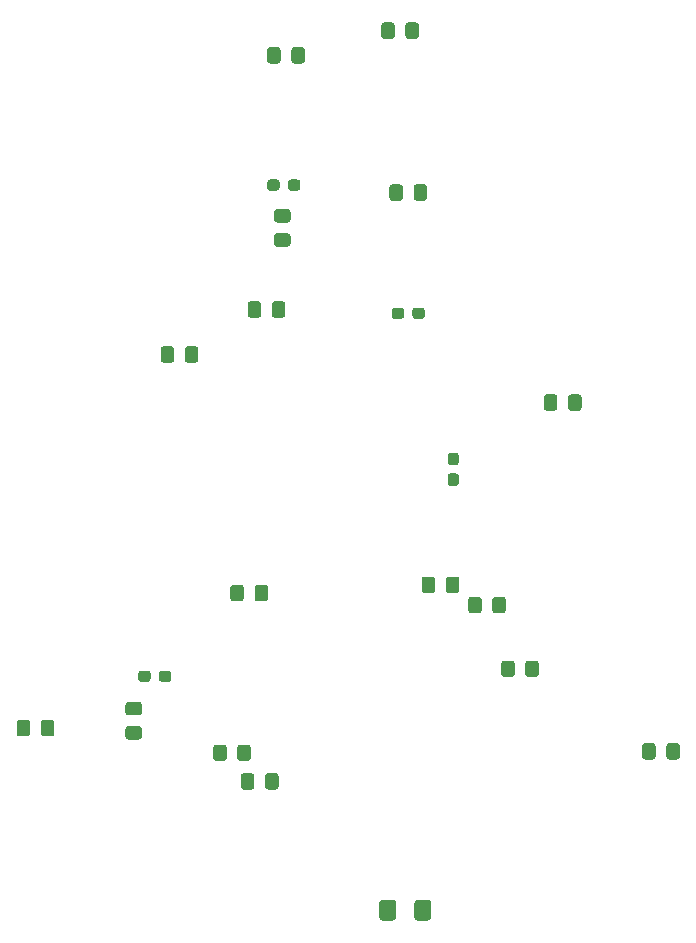
<source format=gbr>
%TF.GenerationSoftware,KiCad,Pcbnew,(5.1.8)-1*%
%TF.CreationDate,2021-11-03T02:04:31+01:00*%
%TF.ProjectId,BaumUnten,4261756d-556e-4746-956e-2e6b69636164,rev?*%
%TF.SameCoordinates,Original*%
%TF.FileFunction,Paste,Bot*%
%TF.FilePolarity,Positive*%
%FSLAX46Y46*%
G04 Gerber Fmt 4.6, Leading zero omitted, Abs format (unit mm)*
G04 Created by KiCad (PCBNEW (5.1.8)-1) date 2021-11-03 02:04:31*
%MOMM*%
%LPD*%
G01*
G04 APERTURE LIST*
G04 APERTURE END LIST*
%TO.C,C2*%
G36*
G01*
X106185000Y-140375800D02*
X106185000Y-139125800D01*
G75*
G02*
X106435000Y-138875800I250000J0D01*
G01*
X107360000Y-138875800D01*
G75*
G02*
X107610000Y-139125800I0J-250000D01*
G01*
X107610000Y-140375800D01*
G75*
G02*
X107360000Y-140625800I-250000J0D01*
G01*
X106435000Y-140625800D01*
G75*
G02*
X106185000Y-140375800I0J250000D01*
G01*
G37*
G36*
G01*
X103210000Y-140375800D02*
X103210000Y-139125800D01*
G75*
G02*
X103460000Y-138875800I250000J0D01*
G01*
X104385000Y-138875800D01*
G75*
G02*
X104635000Y-139125800I0J-250000D01*
G01*
X104635000Y-140375800D01*
G75*
G02*
X104385000Y-140625800I-250000J0D01*
G01*
X103460000Y-140625800D01*
G75*
G02*
X103210000Y-140375800I0J250000D01*
G01*
G37*
%TD*%
%TO.C,R9*%
G36*
G01*
X94545999Y-82428500D02*
X95446001Y-82428500D01*
G75*
G02*
X95696000Y-82678499I0J-249999D01*
G01*
X95696000Y-83328501D01*
G75*
G02*
X95446001Y-83578500I-249999J0D01*
G01*
X94545999Y-83578500D01*
G75*
G02*
X94296000Y-83328501I0J249999D01*
G01*
X94296000Y-82678499D01*
G75*
G02*
X94545999Y-82428500I249999J0D01*
G01*
G37*
G36*
G01*
X94545999Y-80378500D02*
X95446001Y-80378500D01*
G75*
G02*
X95696000Y-80628499I0J-249999D01*
G01*
X95696000Y-81278501D01*
G75*
G02*
X95446001Y-81528500I-249999J0D01*
G01*
X94545999Y-81528500D01*
G75*
G02*
X94296000Y-81278501I0J249999D01*
G01*
X94296000Y-80628499D01*
G75*
G02*
X94545999Y-80378500I249999J0D01*
G01*
G37*
%TD*%
%TO.C,R7*%
G36*
G01*
X81972999Y-124157000D02*
X82873001Y-124157000D01*
G75*
G02*
X83123000Y-124406999I0J-249999D01*
G01*
X83123000Y-125057001D01*
G75*
G02*
X82873001Y-125307000I-249999J0D01*
G01*
X81972999Y-125307000D01*
G75*
G02*
X81723000Y-125057001I0J249999D01*
G01*
X81723000Y-124406999D01*
G75*
G02*
X81972999Y-124157000I249999J0D01*
G01*
G37*
G36*
G01*
X81972999Y-122107000D02*
X82873001Y-122107000D01*
G75*
G02*
X83123000Y-122356999I0J-249999D01*
G01*
X83123000Y-123007001D01*
G75*
G02*
X82873001Y-123257000I-249999J0D01*
G01*
X81972999Y-123257000D01*
G75*
G02*
X81723000Y-123007001I0J249999D01*
G01*
X81723000Y-122356999D01*
G75*
G02*
X81972999Y-122107000I249999J0D01*
G01*
G37*
%TD*%
%TO.C,R6*%
G36*
G01*
X93541000Y-129291501D02*
X93541000Y-128391499D01*
G75*
G02*
X93790999Y-128141500I249999J0D01*
G01*
X94441001Y-128141500D01*
G75*
G02*
X94691000Y-128391499I0J-249999D01*
G01*
X94691000Y-129291501D01*
G75*
G02*
X94441001Y-129541500I-249999J0D01*
G01*
X93790999Y-129541500D01*
G75*
G02*
X93541000Y-129291501I0J249999D01*
G01*
G37*
G36*
G01*
X91491000Y-129291501D02*
X91491000Y-128391499D01*
G75*
G02*
X91740999Y-128141500I249999J0D01*
G01*
X92391001Y-128141500D01*
G75*
G02*
X92641000Y-128391499I0J-249999D01*
G01*
X92641000Y-129291501D01*
G75*
G02*
X92391001Y-129541500I-249999J0D01*
G01*
X91740999Y-129541500D01*
G75*
G02*
X91491000Y-129291501I0J249999D01*
G01*
G37*
%TD*%
%TO.C,R5*%
G36*
G01*
X107944500Y-111754499D02*
X107944500Y-112654501D01*
G75*
G02*
X107694501Y-112904500I-249999J0D01*
G01*
X107044499Y-112904500D01*
G75*
G02*
X106794500Y-112654501I0J249999D01*
G01*
X106794500Y-111754499D01*
G75*
G02*
X107044499Y-111504500I249999J0D01*
G01*
X107694501Y-111504500D01*
G75*
G02*
X107944500Y-111754499I0J-249999D01*
G01*
G37*
G36*
G01*
X109994500Y-111754499D02*
X109994500Y-112654501D01*
G75*
G02*
X109744501Y-112904500I-249999J0D01*
G01*
X109094499Y-112904500D01*
G75*
G02*
X108844500Y-112654501I0J249999D01*
G01*
X108844500Y-111754499D01*
G75*
G02*
X109094499Y-111504500I249999J0D01*
G01*
X109744501Y-111504500D01*
G75*
G02*
X109994500Y-111754499I0J-249999D01*
G01*
G37*
%TD*%
%TO.C,DY6*%
G36*
G01*
X105424500Y-65728001D02*
X105424500Y-64827999D01*
G75*
G02*
X105674499Y-64578000I249999J0D01*
G01*
X106324501Y-64578000D01*
G75*
G02*
X106574500Y-64827999I0J-249999D01*
G01*
X106574500Y-65728001D01*
G75*
G02*
X106324501Y-65978000I-249999J0D01*
G01*
X105674499Y-65978000D01*
G75*
G02*
X105424500Y-65728001I0J249999D01*
G01*
G37*
G36*
G01*
X103374500Y-65728001D02*
X103374500Y-64827999D01*
G75*
G02*
X103624499Y-64578000I249999J0D01*
G01*
X104274501Y-64578000D01*
G75*
G02*
X104524500Y-64827999I0J-249999D01*
G01*
X104524500Y-65728001D01*
G75*
G02*
X104274501Y-65978000I-249999J0D01*
G01*
X103624499Y-65978000D01*
G75*
G02*
X103374500Y-65728001I0J249999D01*
G01*
G37*
%TD*%
%TO.C,DY5*%
G36*
G01*
X127513500Y-126751501D02*
X127513500Y-125851499D01*
G75*
G02*
X127763499Y-125601500I249999J0D01*
G01*
X128413501Y-125601500D01*
G75*
G02*
X128663500Y-125851499I0J-249999D01*
G01*
X128663500Y-126751501D01*
G75*
G02*
X128413501Y-127001500I-249999J0D01*
G01*
X127763499Y-127001500D01*
G75*
G02*
X127513500Y-126751501I0J249999D01*
G01*
G37*
G36*
G01*
X125463500Y-126751501D02*
X125463500Y-125851499D01*
G75*
G02*
X125713499Y-125601500I249999J0D01*
G01*
X126363501Y-125601500D01*
G75*
G02*
X126613500Y-125851499I0J-249999D01*
G01*
X126613500Y-126751501D01*
G75*
G02*
X126363501Y-127001500I-249999J0D01*
G01*
X125713499Y-127001500D01*
G75*
G02*
X125463500Y-126751501I0J249999D01*
G01*
G37*
%TD*%
%TO.C,DY2*%
G36*
G01*
X94112500Y-89350001D02*
X94112500Y-88449999D01*
G75*
G02*
X94362499Y-88200000I249999J0D01*
G01*
X95012501Y-88200000D01*
G75*
G02*
X95262500Y-88449999I0J-249999D01*
G01*
X95262500Y-89350001D01*
G75*
G02*
X95012501Y-89600000I-249999J0D01*
G01*
X94362499Y-89600000D01*
G75*
G02*
X94112500Y-89350001I0J249999D01*
G01*
G37*
G36*
G01*
X92062500Y-89350001D02*
X92062500Y-88449999D01*
G75*
G02*
X92312499Y-88200000I249999J0D01*
G01*
X92962501Y-88200000D01*
G75*
G02*
X93212500Y-88449999I0J-249999D01*
G01*
X93212500Y-89350001D01*
G75*
G02*
X92962501Y-89600000I-249999J0D01*
G01*
X92312499Y-89600000D01*
G75*
G02*
X92062500Y-89350001I0J249999D01*
G01*
G37*
%TD*%
%TO.C,DY1*%
G36*
G01*
X74554500Y-124783001D02*
X74554500Y-123882999D01*
G75*
G02*
X74804499Y-123633000I249999J0D01*
G01*
X75454501Y-123633000D01*
G75*
G02*
X75704500Y-123882999I0J-249999D01*
G01*
X75704500Y-124783001D01*
G75*
G02*
X75454501Y-125033000I-249999J0D01*
G01*
X74804499Y-125033000D01*
G75*
G02*
X74554500Y-124783001I0J249999D01*
G01*
G37*
G36*
G01*
X72504500Y-124783001D02*
X72504500Y-123882999D01*
G75*
G02*
X72754499Y-123633000I249999J0D01*
G01*
X73404501Y-123633000D01*
G75*
G02*
X73654500Y-123882999I0J-249999D01*
G01*
X73654500Y-124783001D01*
G75*
G02*
X73404501Y-125033000I-249999J0D01*
G01*
X72754499Y-125033000D01*
G75*
G02*
X72504500Y-124783001I0J249999D01*
G01*
G37*
%TD*%
%TO.C,DR7*%
G36*
G01*
X95763500Y-67823501D02*
X95763500Y-66923499D01*
G75*
G02*
X96013499Y-66673500I249999J0D01*
G01*
X96663501Y-66673500D01*
G75*
G02*
X96913500Y-66923499I0J-249999D01*
G01*
X96913500Y-67823501D01*
G75*
G02*
X96663501Y-68073500I-249999J0D01*
G01*
X96013499Y-68073500D01*
G75*
G02*
X95763500Y-67823501I0J249999D01*
G01*
G37*
G36*
G01*
X93713500Y-67823501D02*
X93713500Y-66923499D01*
G75*
G02*
X93963499Y-66673500I249999J0D01*
G01*
X94613501Y-66673500D01*
G75*
G02*
X94863500Y-66923499I0J-249999D01*
G01*
X94863500Y-67823501D01*
G75*
G02*
X94613501Y-68073500I-249999J0D01*
G01*
X93963499Y-68073500D01*
G75*
G02*
X93713500Y-67823501I0J249999D01*
G01*
G37*
%TD*%
%TO.C,DR6*%
G36*
G01*
X114675500Y-118866499D02*
X114675500Y-119766501D01*
G75*
G02*
X114425501Y-120016500I-249999J0D01*
G01*
X113775499Y-120016500D01*
G75*
G02*
X113525500Y-119766501I0J249999D01*
G01*
X113525500Y-118866499D01*
G75*
G02*
X113775499Y-118616500I249999J0D01*
G01*
X114425501Y-118616500D01*
G75*
G02*
X114675500Y-118866499I0J-249999D01*
G01*
G37*
G36*
G01*
X116725500Y-118866499D02*
X116725500Y-119766501D01*
G75*
G02*
X116475501Y-120016500I-249999J0D01*
G01*
X115825499Y-120016500D01*
G75*
G02*
X115575500Y-119766501I0J249999D01*
G01*
X115575500Y-118866499D01*
G75*
G02*
X115825499Y-118616500I249999J0D01*
G01*
X116475501Y-118616500D01*
G75*
G02*
X116725500Y-118866499I0J-249999D01*
G01*
G37*
%TD*%
%TO.C,DR3*%
G36*
G01*
X118295000Y-96323999D02*
X118295000Y-97224001D01*
G75*
G02*
X118045001Y-97474000I-249999J0D01*
G01*
X117394999Y-97474000D01*
G75*
G02*
X117145000Y-97224001I0J249999D01*
G01*
X117145000Y-96323999D01*
G75*
G02*
X117394999Y-96074000I249999J0D01*
G01*
X118045001Y-96074000D01*
G75*
G02*
X118295000Y-96323999I0J-249999D01*
G01*
G37*
G36*
G01*
X120345000Y-96323999D02*
X120345000Y-97224001D01*
G75*
G02*
X120095001Y-97474000I-249999J0D01*
G01*
X119444999Y-97474000D01*
G75*
G02*
X119195000Y-97224001I0J249999D01*
G01*
X119195000Y-96323999D01*
G75*
G02*
X119444999Y-96074000I249999J0D01*
G01*
X120095001Y-96074000D01*
G75*
G02*
X120345000Y-96323999I0J-249999D01*
G01*
G37*
%TD*%
%TO.C,DR2*%
G36*
G01*
X91752000Y-112452999D02*
X91752000Y-113353001D01*
G75*
G02*
X91502001Y-113603000I-249999J0D01*
G01*
X90851999Y-113603000D01*
G75*
G02*
X90602000Y-113353001I0J249999D01*
G01*
X90602000Y-112452999D01*
G75*
G02*
X90851999Y-112203000I249999J0D01*
G01*
X91502001Y-112203000D01*
G75*
G02*
X91752000Y-112452999I0J-249999D01*
G01*
G37*
G36*
G01*
X93802000Y-112452999D02*
X93802000Y-113353001D01*
G75*
G02*
X93552001Y-113603000I-249999J0D01*
G01*
X92901999Y-113603000D01*
G75*
G02*
X92652000Y-113353001I0J249999D01*
G01*
X92652000Y-112452999D01*
G75*
G02*
X92901999Y-112203000I249999J0D01*
G01*
X93552001Y-112203000D01*
G75*
G02*
X93802000Y-112452999I0J-249999D01*
G01*
G37*
%TD*%
%TO.C,DG8*%
G36*
G01*
X90291500Y-125978499D02*
X90291500Y-126878501D01*
G75*
G02*
X90041501Y-127128500I-249999J0D01*
G01*
X89391499Y-127128500D01*
G75*
G02*
X89141500Y-126878501I0J249999D01*
G01*
X89141500Y-125978499D01*
G75*
G02*
X89391499Y-125728500I249999J0D01*
G01*
X90041501Y-125728500D01*
G75*
G02*
X90291500Y-125978499I0J-249999D01*
G01*
G37*
G36*
G01*
X92341500Y-125978499D02*
X92341500Y-126878501D01*
G75*
G02*
X92091501Y-127128500I-249999J0D01*
G01*
X91441499Y-127128500D01*
G75*
G02*
X91191500Y-126878501I0J249999D01*
G01*
X91191500Y-125978499D01*
G75*
G02*
X91441499Y-125728500I249999J0D01*
G01*
X92091501Y-125728500D01*
G75*
G02*
X92341500Y-125978499I0J-249999D01*
G01*
G37*
%TD*%
%TO.C,DG7*%
G36*
G01*
X85846500Y-92259999D02*
X85846500Y-93160001D01*
G75*
G02*
X85596501Y-93410000I-249999J0D01*
G01*
X84946499Y-93410000D01*
G75*
G02*
X84696500Y-93160001I0J249999D01*
G01*
X84696500Y-92259999D01*
G75*
G02*
X84946499Y-92010000I249999J0D01*
G01*
X85596501Y-92010000D01*
G75*
G02*
X85846500Y-92259999I0J-249999D01*
G01*
G37*
G36*
G01*
X87896500Y-92259999D02*
X87896500Y-93160001D01*
G75*
G02*
X87646501Y-93410000I-249999J0D01*
G01*
X86996499Y-93410000D01*
G75*
G02*
X86746500Y-93160001I0J249999D01*
G01*
X86746500Y-92259999D01*
G75*
G02*
X86996499Y-92010000I249999J0D01*
G01*
X87646501Y-92010000D01*
G75*
G02*
X87896500Y-92259999I0J-249999D01*
G01*
G37*
%TD*%
%TO.C,DG4*%
G36*
G01*
X112781500Y-114369001D02*
X112781500Y-113468999D01*
G75*
G02*
X113031499Y-113219000I249999J0D01*
G01*
X113681501Y-113219000D01*
G75*
G02*
X113931500Y-113468999I0J-249999D01*
G01*
X113931500Y-114369001D01*
G75*
G02*
X113681501Y-114619000I-249999J0D01*
G01*
X113031499Y-114619000D01*
G75*
G02*
X112781500Y-114369001I0J249999D01*
G01*
G37*
G36*
G01*
X110731500Y-114369001D02*
X110731500Y-113468999D01*
G75*
G02*
X110981499Y-113219000I249999J0D01*
G01*
X111631501Y-113219000D01*
G75*
G02*
X111881500Y-113468999I0J-249999D01*
G01*
X111881500Y-114369001D01*
G75*
G02*
X111631501Y-114619000I-249999J0D01*
G01*
X110981499Y-114619000D01*
G75*
G02*
X110731500Y-114369001I0J249999D01*
G01*
G37*
%TD*%
%TO.C,DG3*%
G36*
G01*
X106114000Y-79444001D02*
X106114000Y-78543999D01*
G75*
G02*
X106363999Y-78294000I249999J0D01*
G01*
X107014001Y-78294000D01*
G75*
G02*
X107264000Y-78543999I0J-249999D01*
G01*
X107264000Y-79444001D01*
G75*
G02*
X107014001Y-79694000I-249999J0D01*
G01*
X106363999Y-79694000D01*
G75*
G02*
X106114000Y-79444001I0J249999D01*
G01*
G37*
G36*
G01*
X104064000Y-79444001D02*
X104064000Y-78543999D01*
G75*
G02*
X104313999Y-78294000I249999J0D01*
G01*
X104964001Y-78294000D01*
G75*
G02*
X105214000Y-78543999I0J-249999D01*
G01*
X105214000Y-79444001D01*
G75*
G02*
X104964001Y-79694000I-249999J0D01*
G01*
X104313999Y-79694000D01*
G75*
G02*
X104064000Y-79444001I0J249999D01*
G01*
G37*
%TD*%
%TO.C,DB6*%
G36*
G01*
X95473000Y-78596500D02*
X95473000Y-78121500D01*
G75*
G02*
X95710500Y-77884000I237500J0D01*
G01*
X96285500Y-77884000D01*
G75*
G02*
X96523000Y-78121500I0J-237500D01*
G01*
X96523000Y-78596500D01*
G75*
G02*
X96285500Y-78834000I-237500J0D01*
G01*
X95710500Y-78834000D01*
G75*
G02*
X95473000Y-78596500I0J237500D01*
G01*
G37*
G36*
G01*
X93723000Y-78596500D02*
X93723000Y-78121500D01*
G75*
G02*
X93960500Y-77884000I237500J0D01*
G01*
X94535500Y-77884000D01*
G75*
G02*
X94773000Y-78121500I0J-237500D01*
G01*
X94773000Y-78596500D01*
G75*
G02*
X94535500Y-78834000I-237500J0D01*
G01*
X93960500Y-78834000D01*
G75*
G02*
X93723000Y-78596500I0J237500D01*
G01*
G37*
%TD*%
%TO.C,DB5*%
G36*
G01*
X109236500Y-102775500D02*
X109711500Y-102775500D01*
G75*
G02*
X109949000Y-103013000I0J-237500D01*
G01*
X109949000Y-103588000D01*
G75*
G02*
X109711500Y-103825500I-237500J0D01*
G01*
X109236500Y-103825500D01*
G75*
G02*
X108999000Y-103588000I0J237500D01*
G01*
X108999000Y-103013000D01*
G75*
G02*
X109236500Y-102775500I237500J0D01*
G01*
G37*
G36*
G01*
X109236500Y-101025500D02*
X109711500Y-101025500D01*
G75*
G02*
X109949000Y-101263000I0J-237500D01*
G01*
X109949000Y-101838000D01*
G75*
G02*
X109711500Y-102075500I-237500J0D01*
G01*
X109236500Y-102075500D01*
G75*
G02*
X108999000Y-101838000I0J237500D01*
G01*
X108999000Y-101263000D01*
G75*
G02*
X109236500Y-101025500I237500J0D01*
G01*
G37*
%TD*%
%TO.C,DB2*%
G36*
G01*
X84551000Y-120189000D02*
X84551000Y-119714000D01*
G75*
G02*
X84788500Y-119476500I237500J0D01*
G01*
X85363500Y-119476500D01*
G75*
G02*
X85601000Y-119714000I0J-237500D01*
G01*
X85601000Y-120189000D01*
G75*
G02*
X85363500Y-120426500I-237500J0D01*
G01*
X84788500Y-120426500D01*
G75*
G02*
X84551000Y-120189000I0J237500D01*
G01*
G37*
G36*
G01*
X82801000Y-120189000D02*
X82801000Y-119714000D01*
G75*
G02*
X83038500Y-119476500I237500J0D01*
G01*
X83613500Y-119476500D01*
G75*
G02*
X83851000Y-119714000I0J-237500D01*
G01*
X83851000Y-120189000D01*
G75*
G02*
X83613500Y-120426500I-237500J0D01*
G01*
X83038500Y-120426500D01*
G75*
G02*
X82801000Y-120189000I0J237500D01*
G01*
G37*
%TD*%
%TO.C,DB1*%
G36*
G01*
X106014000Y-89455000D02*
X106014000Y-88980000D01*
G75*
G02*
X106251500Y-88742500I237500J0D01*
G01*
X106826500Y-88742500D01*
G75*
G02*
X107064000Y-88980000I0J-237500D01*
G01*
X107064000Y-89455000D01*
G75*
G02*
X106826500Y-89692500I-237500J0D01*
G01*
X106251500Y-89692500D01*
G75*
G02*
X106014000Y-89455000I0J237500D01*
G01*
G37*
G36*
G01*
X104264000Y-89455000D02*
X104264000Y-88980000D01*
G75*
G02*
X104501500Y-88742500I237500J0D01*
G01*
X105076500Y-88742500D01*
G75*
G02*
X105314000Y-88980000I0J-237500D01*
G01*
X105314000Y-89455000D01*
G75*
G02*
X105076500Y-89692500I-237500J0D01*
G01*
X104501500Y-89692500D01*
G75*
G02*
X104264000Y-89455000I0J237500D01*
G01*
G37*
%TD*%
M02*

</source>
